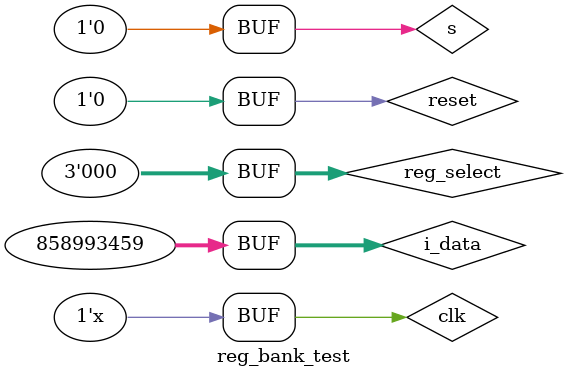
<source format=sv>

module reg_bank_test();

    reg reset;
    reg [2:0] reg_select;
    reg s;
    reg clk;
    reg [31:0] i_data;
    reg [31:0] out;

    reg_bank b(reg_select, s, reset, clk, i_data, out);

    initial begin
        reset <= 1;
        clk <= 0;
        reg_select = 3'b0;
        s <= 1;
        i_data <= 32'h55555555; 
        #1
        reset <= 0;
        #10
        reg_select = 3'd2;
        i_data <= 32'h33333333;
        #10
        s <= 0;
        reg_select = 3'b0;
    end
    always begin
        #5
        clk = ~clk;
    end

endmodule
</source>
